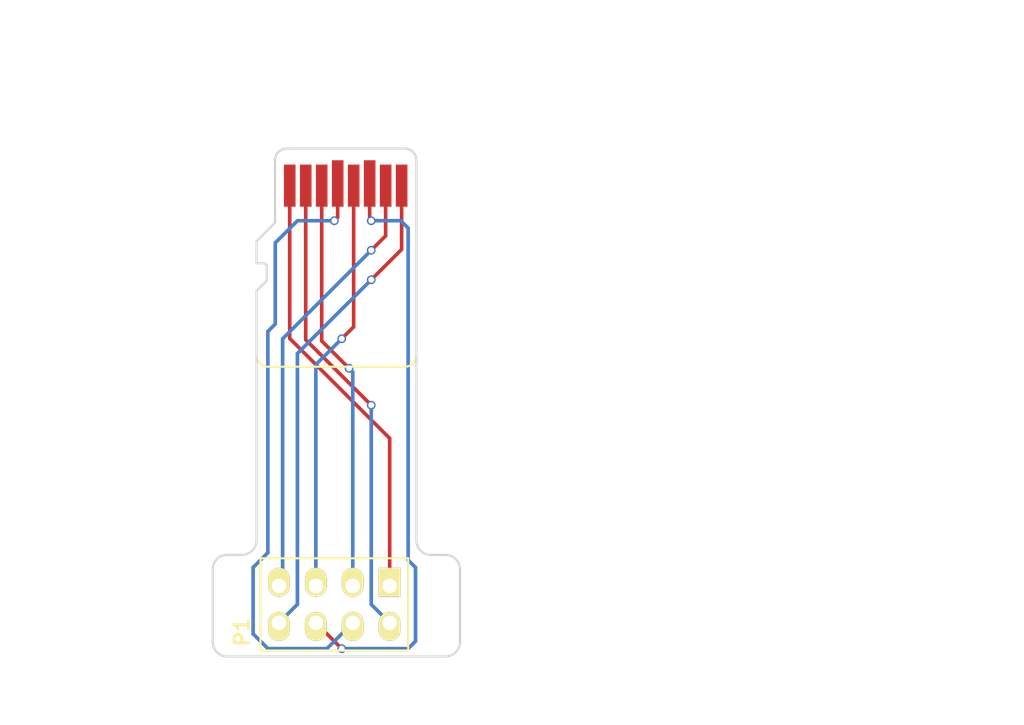
<source format=kicad_pcb>

(kicad_pcb
  (version 4)
  (host pcbnew 4.0.2-stable)
  (general
    (links 8)
    (no_connects 0)
    (area 141.924999 89.949937 159.090001 125.075001)
    (thickness 1.6)
    (drawings 38)
    (tracks 55)
    (zones 0)
    (modules 2)
    (nets 9))
  (page A4)
  (title_block
    (title "Micro SD card adapter")
    (date 2016-02-26)
    (rev 1)
    (company SRPOL)
    (comment 1 "Author: Adam Malinowski <a.malinowsk2@partner.samsung.com>")
    (comment 2 "Copyright (c) 2016 Samsung Electronics Co., Ltd All Rights Reserved"))
  (layers
    (0 F.Cu signal)
    (31 B.Cu signal)
    (32 B.Adhes user)
    (33 F.Adhes user)
    (34 B.Paste user)
    (35 F.Paste user)
    (36 B.SilkS user)
    (37 F.SilkS user)
    (38 B.Mask user)
    (39 F.Mask user)
    (40 Dwgs.User user)
    (41 Cmts.User user)
    (42 Eco1.User user)
    (43 Eco2.User user)
    (44 Edge.Cuts user)
    (45 Margin user)
    (46 B.CrtYd user)
    (47 F.CrtYd user)
    (48 B.Fab user)
    (49 F.Fab user))
  (setup
    (last_trace_width 0.25)
    (trace_clearance 0.1524)
    (zone_clearance 0.508)
    (zone_45_only no)
    (trace_min 0.1524)
    (segment_width 0.15)
    (edge_width 0.15)
    (via_size 0.6)
    (via_drill 0.4)
    (via_min_size 0.4)
    (via_min_drill 0.3)
    (uvia_size 0.3)
    (uvia_drill 0.1)
    (uvias_allowed no)
    (uvia_min_size 0.2)
    (uvia_min_drill 0.1)
    (pcb_text_width 0.3)
    (pcb_text_size 1.5 1.5)
    (mod_edge_width 0.15)
    (mod_text_size 1 1)
    (mod_text_width 0.15)
    (pad_size 0.8 2.9)
    (pad_drill 0)
    (pad_to_mask_clearance 0.2)
    (aux_axis_origin 0 0)
    (visible_elements FFFFFF7F)
    (pcbplotparams
      (layerselection 0x010f0_80000001)
      (usegerberextensions true)
      (excludeedgelayer true)
      (linewidth 0.2)
      (plotframeref false)
      (viasonmask false)
      (mode 1)
      (useauxorigin false)
      (hpglpennumber 1)
      (hpglpenspeed 20)
      (hpglpendiameter 15)
      (hpglpenoverlay 2)
      (psnegative false)
      (psa4output false)
      (plotreference true)
      (plotvalue true)
      (plotinvisibletext false)
      (padsonsilk false)
      (subtractmaskfromsilk false)
      (outputformat 1)
      (mirror false)
      (drillshape 0)
      (scaleselection 1)
      (outputdirectory ../../../../../../Desktop/Testing/)))
  (net 0 "")
  (net 1 /N8)
  (net 2 /N7)
  (net 3 /N6)
  (net 4 /N5)
  (net 5 /N4)
  (net 6 /N3)
  (net 7 /N2)
  (net 8 /N1)
  (net_class Default "This is the default net class."
    (clearance 0.1524)
    (trace_width 0.25)
    (via_dia 0.6)
    (via_drill 0.4)
    (uvia_dia 0.3)
    (uvia_drill 0.1)
    (add_net /N1)
    (add_net /N2)
    (add_net /N3)
    (add_net /N4)
    (add_net /N5)
    (add_net /N6)
    (add_net /N7)
    (add_net /N8))
  (module connectors:PSB_IDC_4x2
    (layer F.Cu)
    (tedit 5.7681e+40)
    (tstamp 57681FCA)
    (at 150.368 121.412 180)
    (descr "PINS Box 4x2 2.54")
    (tags "CONN DEV")
    (path /561E0431)
    (fp_text reference P1
      (at 6.35 -1.905 270)
      (layer F.SilkS)
      (effects
        (font
          (size 1 1)
          (thickness 0.2032))))
    (fp_text value CONN_02X04
      (at 0 4.445 180)
      (layer F.SilkS) hide
      (effects
        (font
          (size 1 1)
          (thickness 0.2032))))
    (fp_line
      (start -5.08 -3.175)
      (end 5.08 -3.175)
      (layer F.SilkS)
      (width 0.15))
    (fp_line
      (start 5.08 -3.175)
      (end 5.08 3.175)
      (layer F.SilkS)
      (width 0.15))
    (fp_line
      (start 5.08 3.175)
      (end -5.08 3.175)
      (layer F.SilkS)
      (width 0.15))
    (fp_line
      (start -5.08 3.175)
      (end -5.08 -3.175)
      (layer F.SilkS)
      (width 0.15))
    (pad 8 thru_hole oval
      (at 3.81 -1.27 180)
      (size 1.5 2)
      (drill 1
        (offset 0 -0.25))
      (layers *.Cu *.Mask F.SilkS)
      (net 1 /N8))
    (pad 7 thru_hole oval
      (at 3.81 1.27 180)
      (size 1.5 2)
      (drill 1
        (offset 0 0.25))
      (layers *.Cu *.Mask F.SilkS)
      (net 2 /N7))
    (pad 1 thru_hole rect
      (at -3.81 1.27 180)
      (size 1.5 2)
      (drill 1
        (offset 0 0.25))
      (layers *.Cu *.Mask F.SilkS)
      (net 8 /N1))
    (pad 2 thru_hole oval
      (at -3.81 -1.27 180)
      (size 1.5 2)
      (drill 1
        (offset 0 -0.25))
      (layers *.Cu *.Mask F.SilkS)
      (net 7 /N2))
    (pad 3 thru_hole oval
      (at -1.27 1.27 180)
      (size 1.5 2)
      (drill 1
        (offset 0 0.25))
      (layers *.Cu *.Mask F.SilkS)
      (net 6 /N3))
    (pad 4 thru_hole oval
      (at -1.27 -1.27 180)
      (size 1.5 2)
      (drill 1
        (offset 0 -0.25))
      (layers *.Cu *.Mask F.SilkS)
      (net 5 /N4))
    (pad 5 thru_hole oval
      (at 1.27 1.27 180)
      (size 1.5 2)
      (drill 1
        (offset 0 0.25))
      (layers *.Cu *.Mask F.SilkS)
      (net 4 /N5))
    (pad 6 thru_hole oval
      (at 1.27 -1.27 180)
      (size 1.5 2)
      (drill 1
        (offset 0 -0.25))
      (layers *.Cu *.Mask F.SilkS)
      (net 3 /N6)))
  (module connectors:usd
    (layer F.Cu)
    (tedit inf)
    (tstamp 561EEEF7)
    (at 147.3 92.58)
    (path /561E06AA)
    (fp_text reference J1
      (at 3.79 2.35)
      (layer F.SilkS) hide
      (effects
        (font
          (size 1 1)
          (thickness 0.15))))
    (fp_text value usd-plug
      (at 3.64 -2.55)
      (layer F.Fab) hide
      (effects
        (font
          (size 1 1)
          (thickness 0.15))))
    (pad 8 smd rect
      (at 7.7 0)
      (size 0.8 2.9)
      (layers F.Cu F.Paste F.Mask)
      (net 1 /N8))
    (pad 7 smd rect
      (at 6.6 0)
      (size 0.8 2.9)
      (layers F.Cu F.Paste F.Mask)
      (net 2 /N7))
    (pad 6 smd rect
      (at 5.5 -0.15)
      (size 0.8 3.2)
      (layers F.Cu F.Paste F.Mask)
      (net 3 /N6))
    (pad 5 smd rect
      (at 4.4 0)
      (size 0.8 2.9)
      (layers F.Cu F.Paste F.Mask)
      (net 4 /N5))
    (pad 4 smd rect
      (at 3.3 -0.15)
      (size 0.8 3.2)
      (layers F.Cu F.Paste F.Mask)
      (net 5 /N4))
    (pad 3 smd rect
      (at 2.2 0)
      (size 0.8 2.9)
      (layers F.Cu F.Paste F.Mask)
      (net 6 /N3))
    (pad 2 smd rect
      (at 1.1 0)
      (size 0.8 2.9)
      (layers F.Cu F.Paste F.Mask)
      (net 7 /N2))
    (pad 1 smd rect
      (at 0 0)
      (size 0.8 2.9)
      (layers F.Cu F.Paste F.Mask)
      (net 8 /N1)))
  (gr_line
    (start 144.015 118)
    (end 143 118)
    (angle 90)
    (layer Edge.Cuts)
    (width 0.15))
  (gr_line
    (start 157.015 118.005)
    (end 158.025 118.005)
    (angle 90)
    (layer Edge.Cuts)
    (width 0.15))
  (gr_line
    (start 158.015 125)
    (end 143 125)
    (angle 90)
    (layer Edge.Cuts)
    (width 0.15))
  (gr_line
    (start 159.015 119.005)
    (end 159.015 124)
    (angle 90)
    (layer Edge.Cuts)
    (width 0.15))
  (gr_line
    (start 142 119)
    (end 142 124)
    (angle 90)
    (layer Edge.Cuts)
    (width 0.15))
  (gr_line
    (start 156.4 89.95)
    (end 157.3 89.6)
    (layer Cmts.User)
    (width 0.15))
  (gr_line
    (start 156.4 89.95)
    (end 156.75 89.05)
    (layer Cmts.User)
    (width 0.15))
  (gr_line
    (start 161.65 84.6)
    (end 197.75 84.6)
    (layer Cmts.User)
    (width 0.15))
  (gr_line
    (start 156.4 89.95)
    (end 161.65 84.6)
    (layer Cmts.User)
    (width 0.15))
  (gr_line
    (start 156.75 89.55)
    (end 145.75 89.55)
    (layer Cmts.User)
    (width 0.15))
  (gr_line
    (start 156.75 94.55)
    (end 156.75 89.55)
    (layer Cmts.User)
    (width 0.15))
  (gr_line
    (start 145.75 94.55)
    (end 156.75 94.55)
    (layer Cmts.User)
    (width 0.15))
  (gr_line
    (start 145.75 89.55)
    (end 145.75 94.55)
    (layer Cmts.User)
    (width 0.15))
  (gr_line
    (start 145.82 105.05)
    (end 155.215 105.05)
    (angle 90)
    (layer F.SilkS)
    (width 0.15)
    (tstamp 561EF05F))
  (gr_line
    (start 146.285 95.145)
    (end 146.285 90.825)
    (angle 90)
    (layer Edge.Cuts)
    (width 0.15))
  (gr_line
    (start 145.715 99.125)
    (end 145.015 99.825)
    (angle 90)
    (layer Edge.Cuts)
    (width 0.15))
  (gr_line
    (start 145.715 98.125)
    (end 145.715 99.125)
    (angle 90)
    (layer Edge.Cuts)
    (width 0.15))
  (gr_line
    (start 145.015 97.925)
    (end 145.515 97.925)
    (angle 90)
    (layer Edge.Cuts)
    (width 0.15))
  (gr_line
    (start 145.015 96.425)
    (end 145.015 97.925)
    (angle 90)
    (layer Edge.Cuts)
    (width 0.15))
  (gr_line
    (start 146.285 95.145)
    (end 145.015 96.415)
    (angle 90)
    (layer Edge.Cuts)
    (width 0.15))
  (gr_line
    (start 156.015 117)
    (end 156.015 90.825)
    (angle 90)
    (layer Edge.Cuts)
    (width 0.15))
  (gr_line
    (start 145.015 99.825)
    (end 145.015 117)
    (angle 90)
    (layer Edge.Cuts)
    (width 0.15))
  (gr_line
    (start 155.215 90.025)
    (end 147.085 90.025)
    (angle 90)
    (layer Edge.Cuts)
    (width 0.15))
  (gr_arc
    (start 143 124)
    (end 143 125)
    (angle 90)
    (layer Edge.Cuts)
    (width 0.15))
  (gr_arc
    (start 143 119)
    (end 142 119)
    (angle 90)
    (layer Edge.Cuts)
    (width 0.15))
  (gr_arc
    (start 158.015 124)
    (end 159.015 124)
    (angle 90)
    (layer Edge.Cuts)
    (width 0.15))
  (gr_arc
    (start 158.015 119.005)
    (end 158.015 118.005)
    (angle 90)
    (layer Edge.Cuts)
    (width 0.15))
  (gr_arc
    (start 157.015 117.005)
    (end 157.015 118.005)
    (angle 90)
    (layer Edge.Cuts)
    (width 0.15))
  (gr_arc
    (start 144.015 117)
    (end 145.015 117)
    (angle 90)
    (layer Edge.Cuts)
    (width 0.15))
  (gr_arc
    (start 145.815 104.25)
    (end 145.815 105.05)
    (angle 90)
    (layer F.SilkS)
    (width 0.15)
    (tstamp 561EF059))
  (gr_arc
    (start 155.215 104.25)
    (end 156.015 104.25)
    (angle 90)
    (layer F.SilkS)
    (width 0.15)
    (tstamp 561EF051))
  (gr_arc
    (start 145.515 98.125)
    (end 145.715 98.125)
    (angle -90)
    (layer Edge.Cuts)
    (width 0.15))
  (gr_arc
    (start 147.085 90.825)
    (end 147.085 90.025)
    (angle -90)
    (layer Edge.Cuts)
    (width 0.15))
  (gr_arc
    (start 155.215 90.825)
    (end 156.015 90.815)
    (angle -90)
    (layer Edge.Cuts)
    (width 0.15))
  (dimension 17
    (width 0.3)
    (layer Dwgs.User)
    (gr_text "17.000 mm"
      (at 150.5 130.35)
      (layer Dwgs.User)
      (effects
        (font
          (size 1.5 1.5)
          (thickness 0.3))))
    (feature1
      (pts
        (xy 159 127)
        (xy 159 131.7)))
    (feature2
      (pts
        (xy 142 127)
        (xy 142 131.7)))
    (crossbar
      (pts
        (xy 142 129)
        (xy 159 129)))
    (arrow1a
      (pts
        (xy 159 129)
        (xy 157.873496 129.586421)))
    (arrow1b
      (pts
        (xy 159 129)
        (xy 157.873496 128.413579)))
    (arrow2a
      (pts
        (xy 142 129)
        (xy 143.126504 129.586421)))
    (arrow2b
      (pts
        (xy 142 129)
        (xy 143.126504 128.413579))))
  (dimension 35
    (width 0.3)
    (layer Dwgs.User)
    (gr_text "35.000 mm"
      (at 133.65 107.5 270)
      (layer Dwgs.User)
      (effects
        (font
          (size 1.5 1.5)
          (thickness 0.3))))
    (feature1
      (pts
        (xy 147 125)
        (xy 132.3 125)))
    (feature2
      (pts
        (xy 147 90)
        (xy 132.3 90)))
    (crossbar
      (pts
        (xy 135 90)
        (xy 135 125)))
    (arrow1a
      (pts
        (xy 135 125)
        (xy 134.413579 123.873496)))
    (arrow1b
      (pts
        (xy 135 125)
        (xy 135.586421 123.873496)))
    (arrow2a
      (pts
        (xy 135 90)
        (xy 134.413579 91.126504)))
    (arrow2b
      (pts
        (xy 135 90)
        (xy 135.586421 91.126504))))
  (gr_text "2. Contacts coppered with gold"
    (at 179.55 83.4)
    (layer Cmts.User)
    (effects
      (font
        (size 1.5 1.5)
        (thickness 0.1))))
  (gr_text "1. Board thickness: 0.8mm"
    (at 176.95 80.85)
    (layer Cmts.User)
    (effects
      (font
        (size 1.5 1.5)
        (thickness 0.1))))
  (segment
    (start 155 92.58)
    (end 155 96.968)
    (width 0.25)
    (layer F.Cu)
    (net 1)
    (status 400000))
  (segment
    (start 147.828 121.412)
    (end 146.558 122.682)
    (width 0.25)
    (layer B.Cu)
    (net 1)
    (tstamp 5790EC97)
    (status 800000))
  (segment
    (start 147.828 104.14)
    (end 147.828 121.412)
    (width 0.25)
    (layer B.Cu)
    (net 1)
    (tstamp 5790EC95))
  (segment
    (start 152.908 99.06)
    (end 147.828 104.14)
    (width 0.25)
    (layer B.Cu)
    (net 1)
    (tstamp 5790EC94))
  (segment
    (start 155 96.968)
    (end 152.908 99.06)
    (width 0.25)
    (layer F.Cu)
    (net 1)
    (tstamp 5790EC8E))
  (segment
    (start 153.9 92.58)
    (end 153.9 96.036)
    (width 0.25)
    (layer F.Cu)
    (net 2)
    (status 400000))
  (segment
    (start 146.812 103.124)
    (end 146.812 119.888)
    (width 0.25)
    (layer B.Cu)
    (net 2)
    (tstamp 5790EC75)
    (status 800000))
  (segment
    (start 152.908 97.028)
    (end 146.812 103.124)
    (width 0.25)
    (layer B.Cu)
    (net 2)
    (tstamp 5790EC74))
  (segment
    (start 153.9 96.036)
    (end 152.908 97.028)
    (width 0.25)
    (layer F.Cu)
    (net 2)
    (tstamp 5790EC6F))
  (segment
    (start 146.812 119.888)
    (end 146.558 120.142)
    (width 0.25)
    (layer B.Cu)
    (net 2)
    (tstamp 5790EC83)
    (status C00000))
  (segment
    (start 152.8 92.43)
    (end 152.8 94.888)
    (width 0.25)
    (layer F.Cu)
    (net 3)
    (status 400000))
  (segment
    (start 150.876 124.46)
    (end 149.098 122.682)
    (width 0.25)
    (layer F.Cu)
    (net 3)
    (tstamp 5790EB73)
    (status 800000))
  (segment
    (start 155.448 124.46)
    (end 150.876 124.46)
    (width 0.25)
    (layer B.Cu)
    (net 3)
    (tstamp 5790EB6E))
  (segment
    (start 155.956 123.952)
    (end 155.448 124.46)
    (width 0.25)
    (layer B.Cu)
    (net 3)
    (tstamp 5790EB6C))
  (segment
    (start 155.956 118.872)
    (end 155.956 123.952)
    (width 0.25)
    (layer B.Cu)
    (net 3)
    (tstamp 5790EB65))
  (segment
    (start 155.448 118.364)
    (end 155.956 118.872)
    (width 0.25)
    (layer B.Cu)
    (net 3)
    (tstamp 5790EB5F))
  (segment
    (start 155.448 95.504)
    (end 155.448 118.364)
    (width 0.25)
    (layer B.Cu)
    (net 3)
    (tstamp 5790EB5D))
  (segment
    (start 154.94 94.996)
    (end 155.448 95.504)
    (width 0.25)
    (layer B.Cu)
    (net 3)
    (tstamp 5790EB5A))
  (segment
    (start 152.908 94.996)
    (end 154.94 94.996)
    (width 0.25)
    (layer B.Cu)
    (net 3)
    (tstamp 5790EB59))
  (segment
    (start 152.8 94.888)
    (end 152.908 94.996)
    (width 0.25)
    (layer F.Cu)
    (net 3)
    (tstamp 5790EB52))
  (segment
    (start 151.7 92.58)
    (end 151.7 102.3)
    (width 0.25)
    (layer F.Cu)
    (net 4)
    (status 400000))
  (segment
    (start 149.098 104.902)
    (end 149.098 120.142)
    (width 0.25)
    (layer B.Cu)
    (net 4)
    (tstamp 5790EC57)
    (status 800000))
  (segment
    (start 150.876 103.124)
    (end 149.098 104.902)
    (width 0.25)
    (layer B.Cu)
    (net 4)
    (tstamp 5790EC56))
  (segment
    (start 151.7 102.3)
    (end 150.876 103.124)
    (width 0.25)
    (layer F.Cu)
    (net 4)
    (tstamp 5790EC4A))
  (segment
    (start 146.304 96.52)
    (end 146.304 102.108)
    (width 0.25)
    (layer B.Cu)
    (net 5))
  (segment
    (start 150.6 94.764)
    (end 150.368 94.996)
    (width 0.25)
    (layer F.Cu)
    (net 5)
    (tstamp 5790EB15))
  (segment
    (start 150.368 94.996)
    (end 147.828 94.996)
    (width 0.25)
    (layer B.Cu)
    (net 5)
    (tstamp 5790EB1B))
  (segment
    (start 147.828 94.996)
    (end 146.304 96.52)
    (width 0.25)
    (layer B.Cu)
    (net 5)
    (tstamp 5790EB1C))
  (segment
    (start 144.78 118.872)
    (end 144.78 123.444)
    (width 0.25)
    (layer B.Cu)
    (net 5)
    (tstamp 5790EB28))
  (segment
    (start 144.78 123.444)
    (end 145.796 124.46)
    (width 0.25)
    (layer B.Cu)
    (net 5)
    (tstamp 5790EB2B))
  (segment
    (start 145.796 124.46)
    (end 149.86 124.46)
    (width 0.25)
    (layer B.Cu)
    (net 5)
    (tstamp 5790EB2D))
  (segment
    (start 151.638 122.682)
    (end 149.86 124.46)
    (width 0.25)
    (layer B.Cu)
    (net 5)
    (tstamp 5790EB2F)
    (status 400000))
  (segment
    (start 150.6 94.764)
    (end 150.6 92.43)
    (width 0.25)
    (layer F.Cu)
    (net 5)
    (status 800000))
  (segment
    (start 145.796 117.856)
    (end 144.78 118.872)
    (width 0.25)
    (layer B.Cu)
    (net 5)
    (tstamp 5790ECB0))
  (segment
    (start 145.796 102.616)
    (end 145.796 117.856)
    (width 0.25)
    (layer B.Cu)
    (net 5)
    (tstamp 5790ECAC))
  (segment
    (start 146.304 102.108)
    (end 145.796 102.616)
    (width 0.25)
    (layer B.Cu)
    (net 5)
    (tstamp 5790ECAA))
  (segment
    (start 149.5 92.58)
    (end 149.5 103.272)
    (width 0.25)
    (layer F.Cu)
    (net 6)
    (status 400000))
  (segment
    (start 151.638 105.41)
    (end 151.638 120.142)
    (width 0.25)
    (layer B.Cu)
    (net 6)
    (tstamp 5790EBC5)
    (status 800000))
  (segment
    (start 151.384 105.156)
    (end 151.638 105.41)
    (width 0.25)
    (layer B.Cu)
    (net 6)
    (tstamp 5790EBC4))
  (segment
    (start 149.5 103.272)
    (end 151.384 105.156)
    (width 0.25)
    (layer F.Cu)
    (net 6)
    (tstamp 5790EBB9))
  (segment
    (start 148.4 92.58)
    (end 148.4 103.188)
    (width 0.25)
    (layer F.Cu)
    (net 7)
    (status 400000))
  (segment
    (start 152.908 121.412)
    (end 154.178 122.682)
    (width 0.25)
    (layer B.Cu)
    (net 7)
    (tstamp 5790EBB1)
    (status 800000))
  (segment
    (start 152.908 107.696)
    (end 152.908 121.412)
    (width 0.25)
    (layer B.Cu)
    (net 7)
    (tstamp 5790EBB0))
  (segment
    (start 148.4 103.188)
    (end 152.908 107.696)
    (width 0.25)
    (layer F.Cu)
    (net 7)
    (tstamp 5790EBA6))
  (segment
    (start 147.3 92.58)
    (end 147.3 103.104)
    (width 0.25)
    (layer F.Cu)
    (net 8)
    (status 400000))
  (segment
    (start 154.178 109.982)
    (end 154.178 120.142)
    (width 0.25)
    (layer F.Cu)
    (net 8)
    (tstamp 5790EBA2)
    (status 800000))
  (segment
    (start 147.3 103.104)
    (end 154.178 109.982)
    (width 0.25)
    (layer F.Cu)
    (net 8)
    (tstamp 5790EB97))
  (via
    (at 152.908 99.06)
    (size 0.6)
    (drill 0.4)
    (layers F.Cu B.Cu)
    (net 1))
  (via
    (at 152.908 97.028)
    (size 0.6)
    (drill 0.4)
    (layers F.Cu B.Cu)
    (net 2))
  (via
    (at 150.876 124.46)
    (size 0.6)
    (drill 0.4)
    (layers F.Cu B.Cu)
    (net 3))
  (via
    (at 152.908 94.996)
    (size 0.6)
    (drill 0.4)
    (layers F.Cu B.Cu)
    (net 3))
  (via
    (at 150.876 103.124)
    (size 0.6)
    (drill 0.4)
    (layers F.Cu B.Cu)
    (net 4))
  (via
    (at 150.368 94.996)
    (size 0.6)
    (drill 0.4)
    (layers F.Cu B.Cu)
    (net 5))
  (via
    (at 151.384 105.156)
    (size 0.6)
    (drill 0.4)
    (layers F.Cu B.Cu)
    (net 6))
  (via
    (at 152.908 107.696)
    (size 0.6)
    (drill 0.4)
    (layers F.Cu B.Cu)
    (net 7)))
</source>
